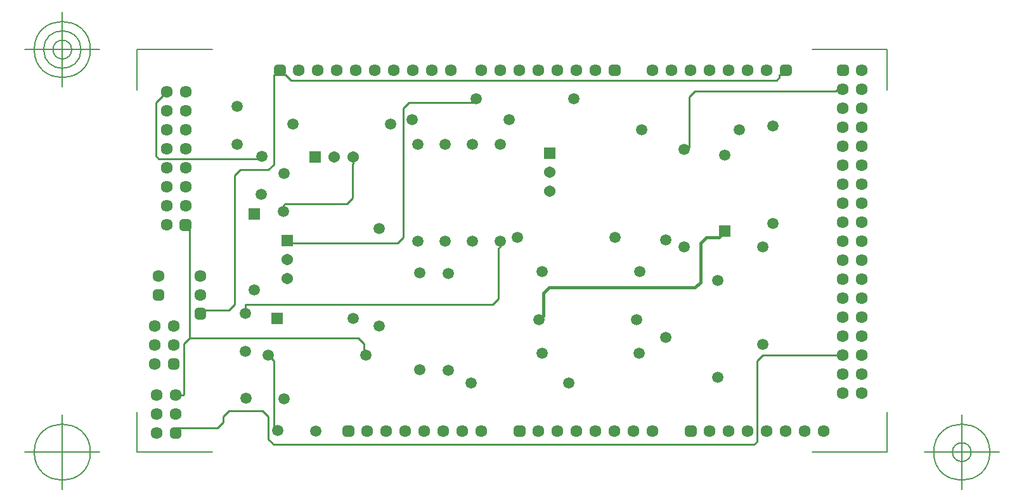
<source format=gbr>
G04 Generated by Ultiboard 14.0 *
%FSLAX34Y34*%
%MOMM*%

%ADD10C,0.0001*%
%ADD11C,0.2540*%
%ADD12C,0.3810*%
%ADD13C,0.1270*%
%ADD14C,1.6088*%
%ADD15R,0.5291X0.5291*%
%ADD16C,0.9949*%
%ADD17C,1.5000*%
%ADD18R,1.5000X1.5000*%
%ADD19C,1.5366*%
%ADD20R,1.5366X1.5366*%


G04 ColorRGB 0000FF for the following layer *
%LNCopper Bottom*%
%LPD*%
G54D10*
G54D11*
X163576Y392684D02*
X160184Y392684D01*
X157500Y390000D01*
X26250Y390000D01*
X22500Y393750D01*
X22500Y465000D01*
X30000Y472500D01*
X30032Y472500D01*
X36576Y479044D01*
X481948Y279292D02*
X481948Y271948D01*
X480000Y270000D01*
X480000Y202500D01*
X472500Y195000D01*
X142500Y195000D01*
X142240Y194740D01*
X142240Y183388D01*
X187960Y508000D02*
X182460Y502500D01*
X180000Y502500D01*
X180000Y382500D01*
X172500Y375000D01*
X135000Y375000D01*
X127500Y367500D01*
X127500Y195000D01*
X120000Y187500D01*
X86408Y187500D01*
X81534Y182626D01*
X302720Y127254D02*
X302720Y132280D01*
X300000Y135000D01*
X300000Y142500D01*
X292500Y150000D01*
X67500Y295720D02*
X61976Y301244D01*
X292500Y150000D02*
X67500Y150000D01*
X67500Y295720D01*
X286258Y392430D02*
X286258Y383758D01*
X285000Y382500D01*
X285000Y337500D01*
X277500Y330000D01*
X195000Y330000D01*
X193048Y328048D01*
X193048Y319278D01*
X939800Y482854D02*
X932854Y482854D01*
X930000Y480000D01*
X742500Y480000D01*
X735000Y472500D01*
X735000Y405000D01*
X732288Y402288D01*
X727456Y402288D01*
X185420Y26416D02*
X181836Y30000D01*
X180000Y30000D01*
X180000Y120000D01*
X179974Y120000D01*
X172720Y127254D01*
X450476Y470470D02*
X445006Y465000D01*
X360000Y465000D01*
X352500Y457500D01*
X352500Y285000D01*
X345000Y277500D01*
X198118Y277500D01*
X198118Y280482D01*
X863600Y508000D02*
X858100Y502500D01*
X855000Y502500D01*
X855000Y498750D01*
X851250Y495000D01*
X202500Y495000D01*
X195000Y502500D01*
X193460Y502500D01*
X187960Y508000D01*
X939800Y127254D02*
X930246Y127254D01*
X930000Y127500D01*
X832500Y127500D01*
X825000Y120000D01*
X825000Y11250D01*
X821250Y7500D01*
X180000Y7500D01*
X172500Y15000D01*
X172500Y45000D01*
X165000Y52500D01*
X120000Y52500D01*
X112500Y45000D01*
X112500Y37500D01*
X105000Y30000D01*
X52500Y30000D01*
X52500Y27100D01*
X48768Y23368D01*
X67500Y150000D02*
X60000Y142500D01*
X60000Y75000D01*
X59168Y74168D01*
X48768Y74168D01*
G54D12*
X782320Y292862D02*
X774458Y285000D01*
X757500Y285000D01*
X750000Y277500D01*
X750000Y225000D01*
X742500Y217500D01*
X547500Y217500D01*
X540000Y210000D01*
X540000Y180000D01*
X538950Y180000D01*
X533956Y175006D01*
G54D13*
X-2540Y-2540D02*
X-2540Y51308D01*
X-2540Y-2540D02*
X97568Y-2540D01*
X998540Y-2540D02*
X898432Y-2540D01*
X998540Y-2540D02*
X998540Y51308D01*
X998540Y535940D02*
X998540Y482092D01*
X998540Y535940D02*
X898432Y535940D01*
X-2540Y535940D02*
X97568Y535940D01*
X-2540Y535940D02*
X-2540Y482092D01*
X-52540Y-2540D02*
X-152540Y-2540D01*
X-102540Y-52540D02*
X-102540Y47460D01*
X-140040Y-2540D02*
G75*
D01*
G02X-140040Y-2540I37500J0*
G01*
X1048540Y-2540D02*
X1148540Y-2540D01*
X1098540Y-52540D02*
X1098540Y47460D01*
X1061040Y-2540D02*
G75*
D01*
G02X1061040Y-2540I37500J0*
G01*
X1086040Y-2540D02*
G75*
D01*
G02X1086040Y-2540I12500J0*
G01*
X-52540Y535940D02*
X-152540Y535940D01*
X-102540Y485940D02*
X-102540Y585940D01*
X-140040Y535940D02*
G75*
D01*
G02X-140040Y535940I37500J0*
G01*
X-127540Y535940D02*
G75*
D01*
G02X-127540Y535940I25000J0*
G01*
X-115040Y535940D02*
G75*
D01*
G02X-115040Y535940I12500J0*
G01*
G54D14*
X939800Y279654D03*
X939800Y432054D03*
X939800Y482854D03*
X939800Y457454D03*
X939800Y355854D03*
X939800Y381254D03*
X939800Y406654D03*
X939800Y305054D03*
X939800Y330454D03*
X939800Y101854D03*
X939800Y228854D03*
X939800Y254254D03*
X939800Y203454D03*
X939800Y152654D03*
X939800Y178054D03*
X939800Y127254D03*
X939800Y76454D03*
X965200Y279654D03*
X965200Y432054D03*
X965200Y508254D03*
X965200Y482854D03*
X965200Y457454D03*
X965200Y355854D03*
X965200Y381254D03*
X965200Y406654D03*
X965200Y305054D03*
X965200Y330454D03*
X965200Y101854D03*
X965200Y228854D03*
X965200Y254254D03*
X965200Y203454D03*
X965200Y152654D03*
X965200Y178054D03*
X965200Y127254D03*
X965200Y76454D03*
X264160Y508000D03*
X238760Y508000D03*
X213360Y508000D03*
X314960Y508000D03*
X289560Y508000D03*
X340360Y508000D03*
X391160Y508000D03*
X365760Y508000D03*
X416560Y508000D03*
X457200Y508000D03*
X584200Y508000D03*
X609600Y508000D03*
X558800Y508000D03*
X508000Y508000D03*
X533400Y508000D03*
X482600Y508000D03*
X685800Y508000D03*
X812800Y508000D03*
X838200Y508000D03*
X787400Y508000D03*
X736600Y508000D03*
X762000Y508000D03*
X711200Y508000D03*
X457200Y25400D03*
X330200Y25400D03*
X304800Y25400D03*
X355600Y25400D03*
X406400Y25400D03*
X381000Y25400D03*
X431800Y25400D03*
X685800Y25908D03*
X558800Y25908D03*
X533400Y25908D03*
X584200Y25908D03*
X635000Y25908D03*
X609600Y25908D03*
X660400Y25908D03*
X914400Y25400D03*
X787400Y25400D03*
X762000Y25400D03*
X812800Y25400D03*
X863600Y25400D03*
X838200Y25400D03*
X889000Y25400D03*
X25908Y233172D03*
X81534Y208026D03*
X81534Y233426D03*
X36576Y301244D03*
X61976Y402844D03*
X61976Y352044D03*
X61976Y326644D03*
X61976Y377444D03*
X61976Y479044D03*
X61976Y428244D03*
X61976Y453644D03*
X36576Y453644D03*
X36576Y377444D03*
X36576Y326644D03*
X36576Y352044D03*
X36576Y428244D03*
X36576Y402844D03*
X36576Y479044D03*
X23368Y23368D03*
X23368Y74168D03*
X48768Y74168D03*
X23368Y48768D03*
X48768Y48768D03*
X21082Y115570D03*
X21082Y166370D03*
X46482Y166370D03*
X21082Y140970D03*
X46482Y140970D03*
G54D15*
X939800Y508254D03*
X187960Y508000D03*
X635000Y508000D03*
X863600Y508000D03*
X279400Y25400D03*
X508000Y25908D03*
X736600Y25400D03*
X25908Y207772D03*
X81534Y182626D03*
X61976Y301244D03*
X48768Y23368D03*
X46482Y115570D03*
G54D16*
X937155Y505609D02*
X942445Y505609D01*
X942445Y510899D01*
X937155Y510899D01*
X937155Y505609D01*D02*
X185315Y505355D02*
X190605Y505355D01*
X190605Y510645D01*
X185315Y510645D01*
X185315Y505355D01*D02*
X632355Y505355D02*
X637645Y505355D01*
X637645Y510645D01*
X632355Y510645D01*
X632355Y505355D01*D02*
X860955Y505355D02*
X866245Y505355D01*
X866245Y510645D01*
X860955Y510645D01*
X860955Y505355D01*D02*
X276755Y22755D02*
X282045Y22755D01*
X282045Y28045D01*
X276755Y28045D01*
X276755Y22755D01*D02*
X505355Y23263D02*
X510645Y23263D01*
X510645Y28553D01*
X505355Y28553D01*
X505355Y23263D01*D02*
X733955Y22755D02*
X739245Y22755D01*
X739245Y28045D01*
X733955Y28045D01*
X733955Y22755D01*D02*
X23263Y205127D02*
X28553Y205127D01*
X28553Y210417D01*
X23263Y210417D01*
X23263Y205127D01*D02*
X78889Y179981D02*
X84179Y179981D01*
X84179Y185271D01*
X78889Y185271D01*
X78889Y179981D01*D02*
X59331Y298599D02*
X64621Y298599D01*
X64621Y303889D01*
X59331Y303889D01*
X59331Y298599D01*D02*
X46123Y20723D02*
X51413Y20723D01*
X51413Y26013D01*
X46123Y26013D01*
X46123Y20723D01*D02*
X43837Y112925D02*
X49127Y112925D01*
X49127Y118215D01*
X43837Y118215D01*
X43837Y112925D01*D02*
G54D17*
X154042Y214422D03*
X846582Y433530D03*
X846582Y303530D03*
X782320Y394462D03*
X833120Y271986D03*
X833120Y141986D03*
X193548Y370078D03*
X193048Y319278D03*
X505254Y284988D03*
X635254Y284988D03*
X481948Y409292D03*
X481948Y279292D03*
X445288Y409292D03*
X445288Y279292D03*
X408628Y409292D03*
X408628Y279292D03*
X371968Y409292D03*
X371968Y279292D03*
X703326Y150924D03*
X703326Y280924D03*
X533956Y175006D03*
X663956Y175006D03*
X668226Y239014D03*
X538226Y239014D03*
X727456Y402288D03*
X727456Y272288D03*
X772922Y227282D03*
X772922Y97282D03*
X320320Y296296D03*
X320320Y166296D03*
X671370Y428498D03*
X801370Y428498D03*
X163576Y392684D03*
X163076Y341884D03*
X130556Y408940D03*
X131056Y459740D03*
X285750Y176530D03*
X302720Y127254D03*
X172720Y127254D03*
X185420Y26416D03*
X236220Y25916D03*
X142494Y69342D03*
X193294Y68842D03*
X142240Y183388D03*
X141740Y132588D03*
X538020Y129540D03*
X668020Y129540D03*
X374396Y237442D03*
X374396Y107442D03*
X413258Y236680D03*
X413258Y106680D03*
X580476Y470470D03*
X450476Y470470D03*
X443532Y89662D03*
X573532Y89662D03*
X335486Y435864D03*
X205486Y435864D03*
X364284Y442468D03*
X494284Y442468D03*
G54D18*
X154042Y316022D03*
X782320Y292862D03*
X184150Y176530D03*
G54D19*
X198118Y229682D03*
X198118Y255082D03*
X286258Y392430D03*
X260858Y392430D03*
X548132Y346710D03*
X548132Y372110D03*
G54D20*
X198118Y280482D03*
X235458Y392430D03*
X548132Y397510D03*

M02*

</source>
